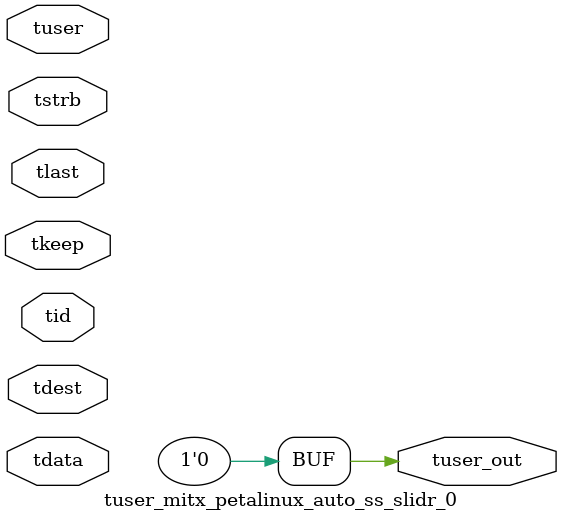
<source format=v>


`timescale 1ps/1ps

module tuser_mitx_petalinux_auto_ss_slidr_0 #
(
parameter C_S_AXIS_TUSER_WIDTH = 1,
parameter C_S_AXIS_TDATA_WIDTH = 32,
parameter C_S_AXIS_TID_WIDTH   = 0,
parameter C_S_AXIS_TDEST_WIDTH = 0,
parameter C_M_AXIS_TUSER_WIDTH = 1
)
(
input  [(C_S_AXIS_TUSER_WIDTH == 0 ? 1 : C_S_AXIS_TUSER_WIDTH)-1:0     ] tuser,
input  [(C_S_AXIS_TDATA_WIDTH == 0 ? 1 : C_S_AXIS_TDATA_WIDTH)-1:0     ] tdata,
input  [(C_S_AXIS_TID_WIDTH   == 0 ? 1 : C_S_AXIS_TID_WIDTH)-1:0       ] tid,
input  [(C_S_AXIS_TDEST_WIDTH == 0 ? 1 : C_S_AXIS_TDEST_WIDTH)-1:0     ] tdest,
input  [(C_S_AXIS_TDATA_WIDTH/8)-1:0 ] tkeep,
input  [(C_S_AXIS_TDATA_WIDTH/8)-1:0 ] tstrb,
input                                                                    tlast,
output [C_M_AXIS_TUSER_WIDTH-1:0] tuser_out
);

assign tuser_out = {1'b0};

endmodule


</source>
